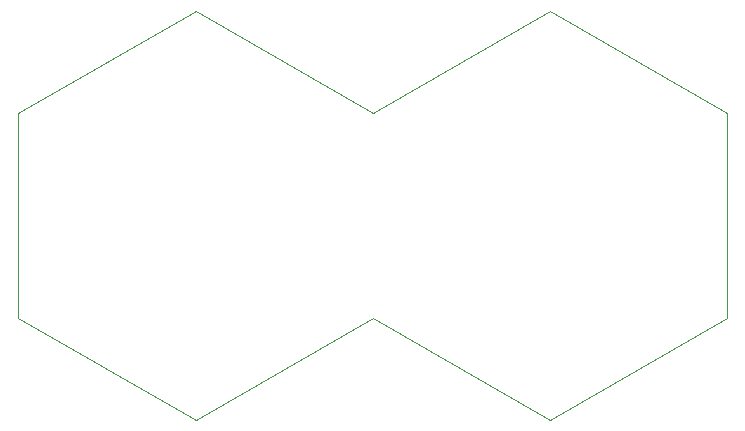
<source format=gbr>
G04*
G04 #@! TF.GenerationSoftware,Altium Limited,Altium Designer,25.8.1 (18)*
G04*
G04 Layer_Color=16711935*
%FSLAX25Y25*%
%MOIN*%
G70*
G04*
G04 #@! TF.SameCoordinates,4BE62294-00A5-47EF-9B78-CB70749D35C4*
G04*
G04*
G04 #@! TF.FilePolarity,Positive*
G04*
G01*
G75*
%ADD79C,0.00394*%
D79*
X58110Y-68189D02*
X117165Y-34094D01*
X-945D02*
X58110Y-68189D01*
X-945Y34094D02*
X58110Y68189D01*
X117165Y34094D01*
Y-34094D02*
Y34094D01*
X-60000Y-68189D02*
X-945Y-34094D01*
X-119055D02*
X-60000Y-68189D01*
X-119055Y-34094D02*
Y34094D01*
X-60000Y68189D01*
X-945Y34094D01*
M02*

</source>
